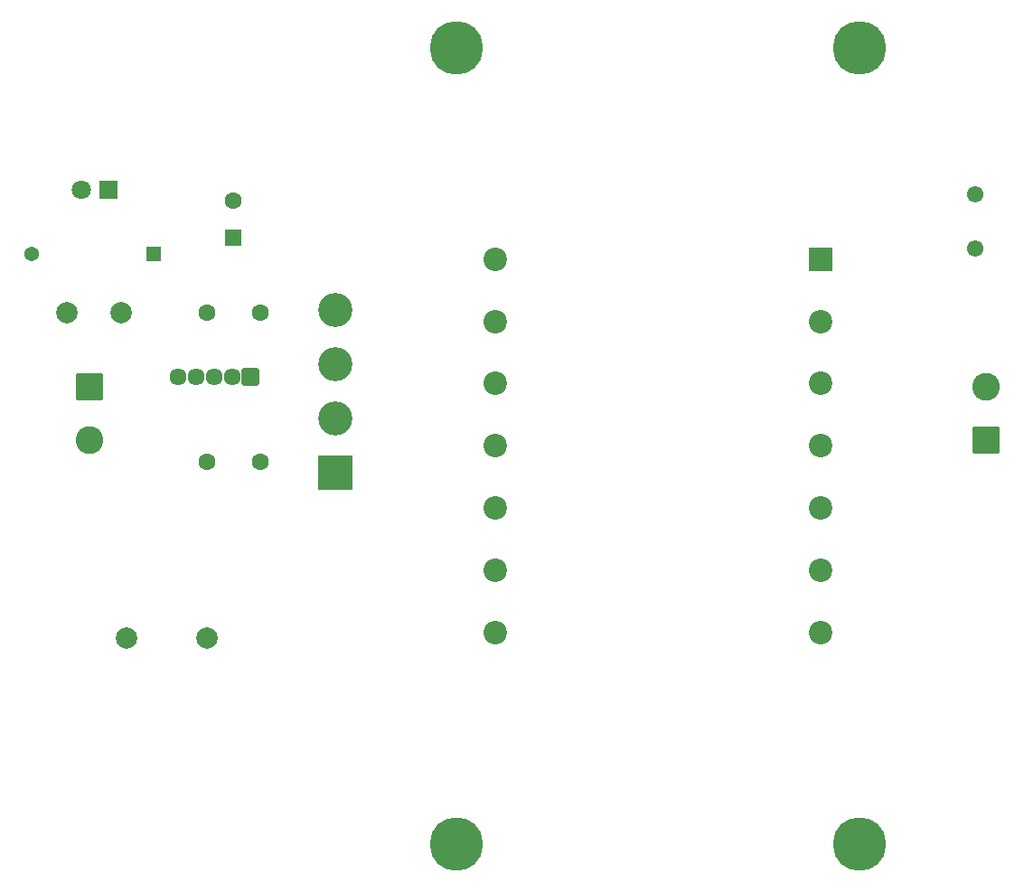
<source format=gts>
%TF.GenerationSoftware,KiCad,Pcbnew,9.0.7-9.0.7~ubuntu24.04.1*%
%TF.CreationDate,2026-02-05T01:08:49+03:00*%
%TF.ProjectId,Linear_PowerSup_v1,4c696e65-6172-45f5-906f-776572537570,rev?*%
%TF.SameCoordinates,Original*%
%TF.FileFunction,Soldermask,Top*%
%TF.FilePolarity,Negative*%
%FSLAX46Y46*%
G04 Gerber Fmt 4.6, Leading zero omitted, Abs format (unit mm)*
G04 Created by KiCad (PCBNEW 9.0.7-9.0.7~ubuntu24.04.1) date 2026-02-05 01:08:49*
%MOMM*%
%LPD*%
G01*
G04 APERTURE LIST*
G04 Aperture macros list*
%AMRoundRect*
0 Rectangle with rounded corners*
0 $1 Rounding radius*
0 $2 $3 $4 $5 $6 $7 $8 $9 X,Y pos of 4 corners*
0 Add a 4 corners polygon primitive as box body*
4,1,4,$2,$3,$4,$5,$6,$7,$8,$9,$2,$3,0*
0 Add four circle primitives for the rounded corners*
1,1,$1+$1,$2,$3*
1,1,$1+$1,$4,$5*
1,1,$1+$1,$6,$7*
1,1,$1+$1,$8,$9*
0 Add four rect primitives between the rounded corners*
20,1,$1+$1,$2,$3,$4,$5,0*
20,1,$1+$1,$4,$5,$6,$7,0*
20,1,$1+$1,$6,$7,$8,$9,0*
20,1,$1+$1,$8,$9,$2,$3,0*%
G04 Aperture macros list end*
%ADD10C,2.000000*%
%ADD11RoundRect,0.250000X-1.050000X1.050000X-1.050000X-1.050000X1.050000X-1.050000X1.050000X1.050000X0*%
%ADD12C,2.600000*%
%ADD13RoundRect,0.250000X1.050000X-1.050000X1.050000X1.050000X-1.050000X1.050000X-1.050000X-1.050000X0*%
%ADD14R,1.371600X1.371600*%
%ADD15C,1.371600*%
%ADD16C,1.600000*%
%ADD17C,1.554000*%
%ADD18RoundRect,0.102000X-0.705000X-0.705000X0.705000X-0.705000X0.705000X0.705000X-0.705000X0.705000X0*%
%ADD19C,1.614000*%
%ADD20RoundRect,0.250000X0.550000X-0.550000X0.550000X0.550000X-0.550000X0.550000X-0.550000X-0.550000X0*%
%ADD21R,1.800000X1.800000*%
%ADD22C,1.800000*%
%ADD23C,5.000000*%
%ADD24R,2.200000X2.200000*%
%ADD25C,2.200000*%
%ADD26R,3.200000X3.200000*%
%ADD27C,3.200000*%
G04 APERTURE END LIST*
D10*
%TO.C,C1*%
X91000000Y-110500000D03*
X83500000Y-110500000D03*
%TD*%
D11*
%TO.C,J2*%
X80000000Y-87000000D03*
D12*
X80000000Y-92000000D03*
%TD*%
D10*
%TO.C,F2*%
X83000000Y-80010000D03*
X77920000Y-80000000D03*
%TD*%
D13*
%TO.C,J1*%
X164000000Y-92000000D03*
D12*
X164000000Y-87000000D03*
%TD*%
D14*
%TO.C,R1*%
X86000000Y-74500000D03*
D15*
X74595400Y-74500000D03*
%TD*%
D16*
%TO.C,C4*%
X96000000Y-94000000D03*
X91000000Y-94000000D03*
%TD*%
D17*
%TO.C,F1*%
X163000000Y-74000000D03*
X163000000Y-68920000D03*
%TD*%
D16*
%TO.C,C2*%
X91000000Y-80000000D03*
X96000000Y-80000000D03*
%TD*%
D18*
%TO.C,U1*%
X95100000Y-86000000D03*
D19*
X93400000Y-86000000D03*
X91700000Y-86000000D03*
X90000000Y-86000000D03*
X88300000Y-86000000D03*
%TD*%
D20*
%TO.C,C3*%
X93500000Y-73000000D03*
D16*
X93500000Y-69500000D03*
%TD*%
D21*
%TO.C,D2*%
X81797700Y-68500000D03*
D22*
X79257700Y-68500000D03*
%TD*%
D23*
%TO.C,TR1*%
X152100184Y-55197303D03*
X152100000Y-129800000D03*
X114400000Y-129800000D03*
X114400000Y-55175000D03*
D24*
X148459835Y-74999590D03*
D25*
X148469939Y-80830000D03*
X148469939Y-86660000D03*
X148475000Y-92500000D03*
X148485095Y-98325000D03*
X148485095Y-104150000D03*
X148490165Y-110000410D03*
X118000000Y-110000000D03*
X118000000Y-104150000D03*
X118000000Y-98320000D03*
X118000686Y-92489964D03*
X118000000Y-86660000D03*
X118000000Y-80830000D03*
X118000000Y-75000000D03*
%TD*%
D26*
%TO.C,D1*%
X103000000Y-95000000D03*
D27*
X103000000Y-89920000D03*
X103000000Y-84840000D03*
X103000000Y-79760000D03*
%TD*%
M02*

</source>
